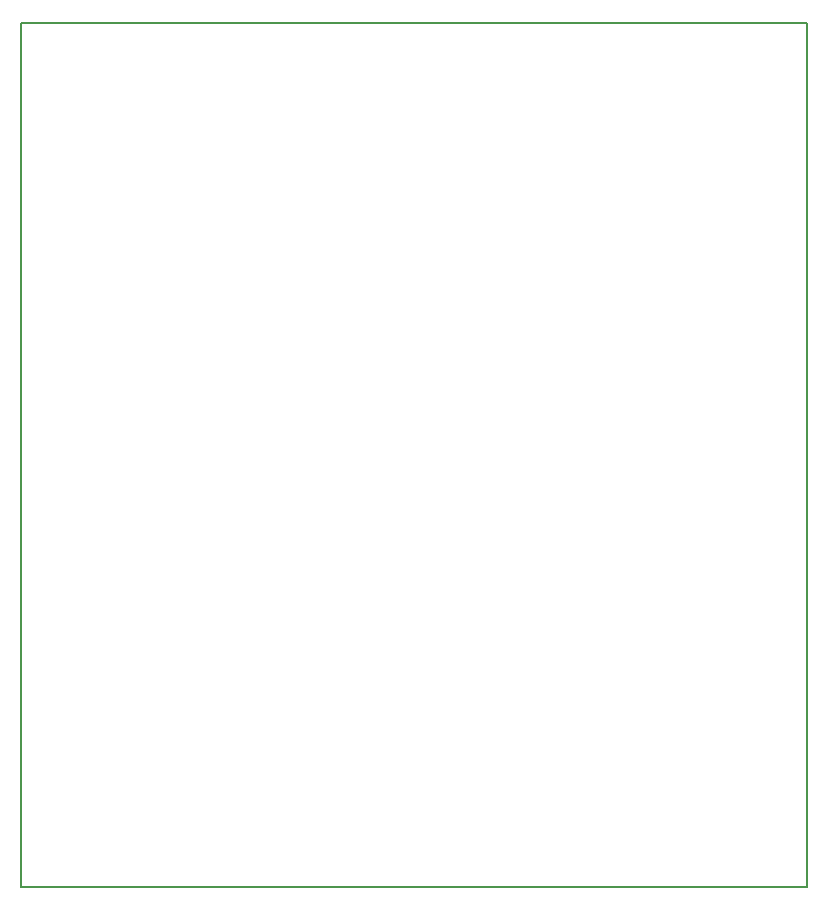
<source format=gm1>
G04 MADE WITH FRITZING*
G04 WWW.FRITZING.ORG*
G04 DOUBLE SIDED*
G04 HOLES PLATED*
G04 CONTOUR ON CENTER OF CONTOUR VECTOR*
%ASAXBY*%
%FSLAX23Y23*%
%MOIN*%
%OFA0B0*%
%SFA1.0B1.0*%
%ADD10R,2.629220X2.889240*%
%ADD11C,0.008000*%
%ADD10C,0.008*%
%LNCONTOUR*%
G90*
G70*
G54D10*
G54D11*
X4Y2885D02*
X2625Y2885D01*
X2625Y4D01*
X4Y4D01*
X4Y2885D01*
D02*
G04 End of contour*
M02*
</source>
